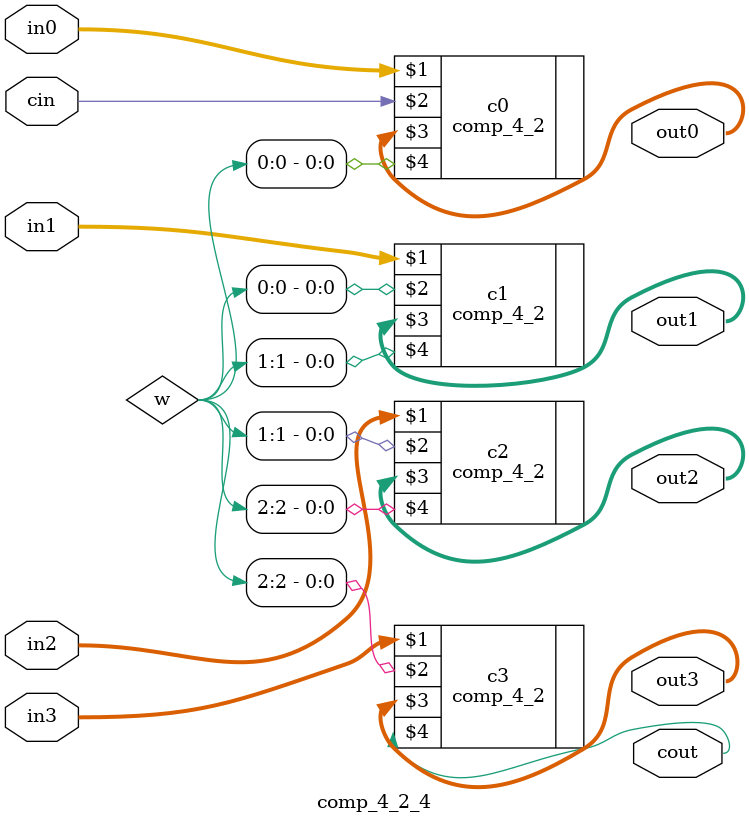
<source format=v>
module comp_4_2_4(
    input [3:0] in0,
    input [3:0] in1,
    input [3:0] in2,
    input [3:0] in3,
    input cin,
    output [1:0] out0,
    output [1:0] out1,
    output [1:0] out2,
    output [1:0] out3,
    output cout
    );
    wire [6:0] w;
    comp_4_2 c0(in0[3:0], cin, out0[1:0], w[0]);
    comp_4_2 c1(in1[3:0], w[0], out1[1:0], w[1]);
    comp_4_2 c2(in2[3:0], w[1], out2[1:0], w[2]);
    comp_4_2 c3(in3[3:0], w[2], out3[1:0], cout);


endmodule
</source>
